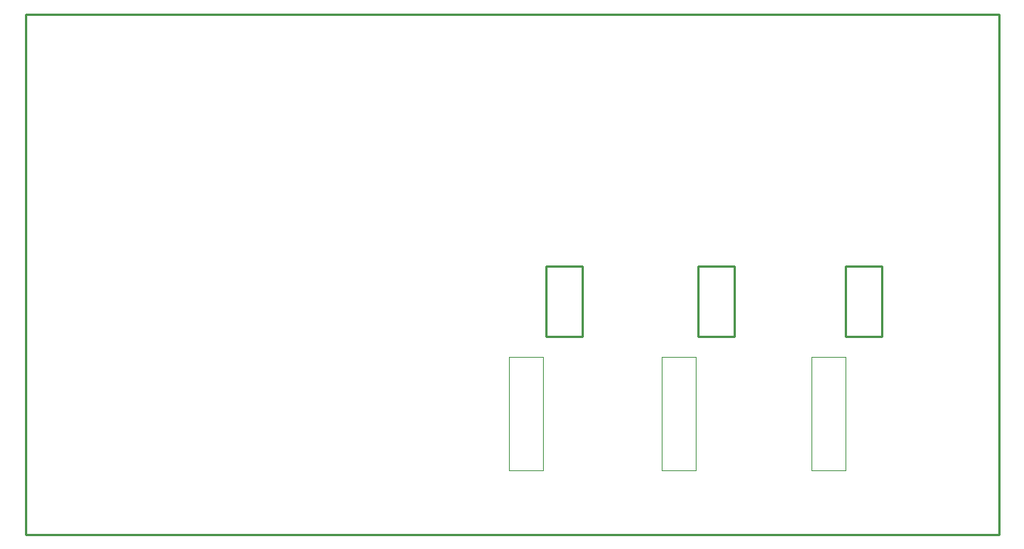
<source format=gm1>
G04*
G04 #@! TF.GenerationSoftware,Altium Limited,CircuitMaker,2.0.3 (2.0.3.51)*
G04*
G04 Layer_Color=16740166*
%FSLAX23Y23*%
%MOIN*%
G70*
G04*
G04 #@! TF.SameCoordinates,35AC13BF-EB10-43E2-832D-F6A8B62018A4*
G04*
G04*
G04 #@! TF.FilePolarity,Positive*
G04*
G01*
G75*
%ADD13C,0.010*%
%ADD57C,0.002*%
D13*
X955Y2745D02*
X955Y5040D01*
X5245Y5040D01*
X5245Y2745D02*
X5245Y5040D01*
X955Y2745D02*
X5245Y2745D01*
X3920Y3620D02*
X4080Y3620D01*
X4080Y3930D01*
X3920Y3930D02*
X4080Y3930D01*
X3920Y3620D02*
X3920Y3930D01*
X4570Y3620D02*
X4730Y3620D01*
X4730Y3930D01*
X4570Y3930D02*
X4730Y3930D01*
X4570Y3620D02*
X4570Y3930D01*
X3250Y3620D02*
X3410Y3620D01*
X3410Y3930D01*
X3250Y3930D02*
X3410Y3930D01*
X3250Y3620D02*
X3250Y3930D01*
D57*
X4420Y3029D02*
X4570Y3029D01*
X4570Y3529D01*
X4420Y3029D02*
X4420Y3529D01*
X4570Y3529D01*
X3760Y3029D02*
X3910Y3029D01*
X3910Y3529D01*
X3760Y3029D02*
X3760Y3529D01*
X3910Y3529D01*
X3085Y3029D02*
X3235Y3029D01*
X3235Y3529D01*
X3085Y3029D02*
X3085Y3529D01*
X3235Y3529D01*
M02*

</source>
